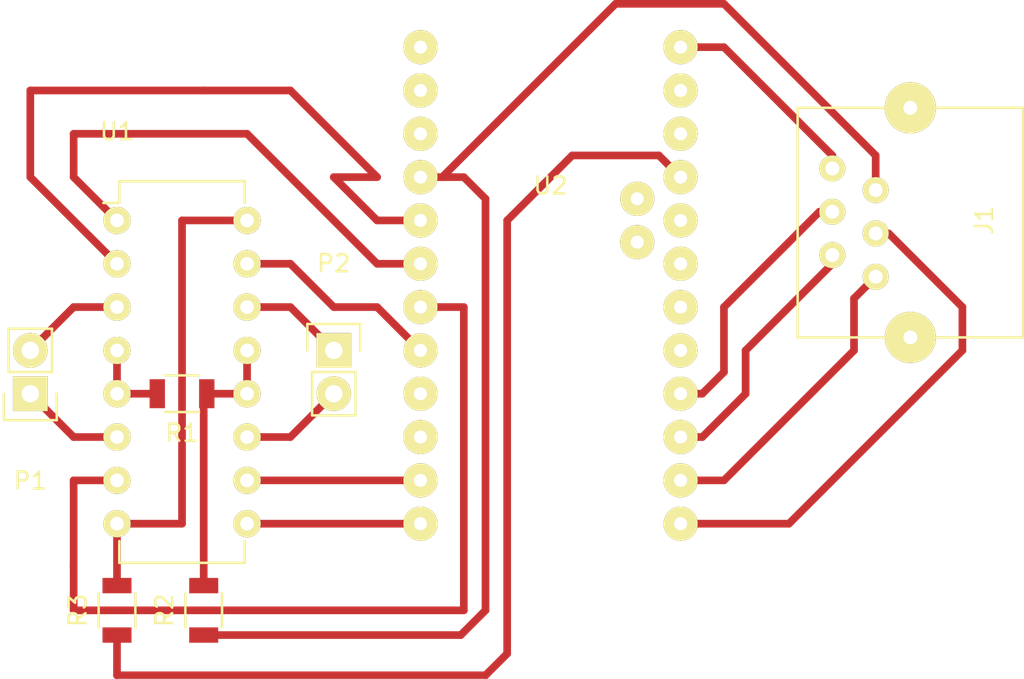
<source format=kicad_pcb>
(kicad_pcb (version 4) (host pcbnew 4.0.2+dfsg1-stable)

  (general
    (links 25)
    (no_connects 0)
    (area 132.644999 93.554999 193.061001 133.775002)
    (thickness 1.6)
    (drawings 0)
    (tracks 82)
    (zones 0)
    (modules 8)
    (nets 36)
  )

  (page A4)
  (layers
    (0 F.Cu signal)
    (31 B.Cu signal)
    (32 B.Adhes user)
    (33 F.Adhes user)
    (34 B.Paste user)
    (35 F.Paste user)
    (36 B.SilkS user)
    (37 F.SilkS user)
    (38 B.Mask user)
    (39 F.Mask user)
    (40 Dwgs.User user)
    (41 Cmts.User user)
    (42 Eco1.User user)
    (43 Eco2.User user)
    (44 Edge.Cuts user)
    (45 Margin user)
    (46 B.CrtYd user)
    (47 F.CrtYd user)
    (48 B.Fab user)
    (49 F.Fab user)
  )

  (setup
    (last_trace_width 0.45)
    (trace_clearance 0.2)
    (zone_clearance 0.508)
    (zone_45_only no)
    (trace_min 0.2)
    (segment_width 0.2)
    (edge_width 0.15)
    (via_size 0.6)
    (via_drill 0.4)
    (via_min_size 0.4)
    (via_min_drill 0.3)
    (uvia_size 0.3)
    (uvia_drill 0.1)
    (uvias_allowed no)
    (uvia_min_size 0.2)
    (uvia_min_drill 0.1)
    (pcb_text_width 0.3)
    (pcb_text_size 1.5 1.5)
    (mod_edge_width 0.15)
    (mod_text_size 1 1)
    (mod_text_width 0.15)
    (pad_size 1.524 1.524)
    (pad_drill 0.762)
    (pad_to_mask_clearance 0.2)
    (aux_axis_origin 0 0)
    (visible_elements FFFFFF7F)
    (pcbplotparams
      (layerselection 0x00000_00000001)
      (usegerberextensions false)
      (excludeedgelayer true)
      (linewidth 0.100000)
      (plotframeref false)
      (viasonmask false)
      (mode 1)
      (useauxorigin false)
      (hpglpennumber 1)
      (hpglpenspeed 20)
      (hpglpendiameter 15)
      (hpglpenoverlay 2)
      (psnegative false)
      (psa4output false)
      (plotreference true)
      (plotvalue true)
      (plotinvisibletext false)
      (padsonsilk false)
      (subtractmaskfromsilk false)
      (outputformat 1)
      (mirror false)
      (drillshape 0)
      (scaleselection 1)
      (outputdirectory ""))
  )

  (net 0 "")
  (net 1 "Net-(J1-Pad3)")
  (net 2 "Net-(J1-Pad5)")
  (net 3 "Net-(J1-Pad1)")
  (net 4 "Net-(J1-Pad6)")
  (net 5 "Net-(J1-Pad4)")
  (net 6 "Net-(J1-Pad2)")
  (net 7 "Net-(J1-Pad8)")
  (net 8 "Net-(J1-Pad7)")
  (net 9 "Net-(P1-Pad1)")
  (net 10 "Net-(P1-Pad2)")
  (net 11 "Net-(U1-Pad1)")
  (net 12 "Net-(U1-Pad2)")
  (net 13 "Net-(U1-Pad7)")
  (net 14 "Net-(U1-Pad9)")
  (net 15 "Net-(U1-Pad10)")
  (net 16 "Net-(U1-Pad15)")
  (net 17 "Net-(U2-Pad8)")
  (net 18 "Net-(U2-Pad9)")
  (net 19 "Net-(U2-Pad11)")
  (net 20 "Net-(U2-Pad22)")
  (net 21 "Net-(U2-Pad23)")
  (net 22 "Net-(U2-Pad27)")
  (net 23 "Net-(U2-Pad33)")
  (net 24 "Net-(U2-Pad34)")
  (net 25 "Net-(U2-Pad35)")
  (net 26 "Net-(U2-Pad26)")
  (net 27 "Net-(U2-Pad12)")
  (net 28 "Net-(U2-Pad13)")
  (net 29 "Net-(U2-Pad14)")
  (net 30 "Net-(P2-Pad1)")
  (net 31 "Net-(P2-Pad2)")
  (net 32 "Net-(R1-Pad1)")
  (net 33 "Net-(R1-Pad2)")
  (net 34 "Net-(R3-Pad1)")
  (net 35 "Net-(R3-Pad2)")

  (net_class Default "This is the default net class."
    (clearance 0.2)
    (trace_width 0.45)
    (via_dia 0.6)
    (via_drill 0.4)
    (uvia_dia 0.3)
    (uvia_drill 0.1)
    (add_net "Net-(J1-Pad1)")
    (add_net "Net-(J1-Pad2)")
    (add_net "Net-(J1-Pad3)")
    (add_net "Net-(J1-Pad4)")
    (add_net "Net-(J1-Pad5)")
    (add_net "Net-(J1-Pad6)")
    (add_net "Net-(J1-Pad7)")
    (add_net "Net-(J1-Pad8)")
    (add_net "Net-(P1-Pad1)")
    (add_net "Net-(P1-Pad2)")
    (add_net "Net-(P2-Pad1)")
    (add_net "Net-(P2-Pad2)")
    (add_net "Net-(R1-Pad1)")
    (add_net "Net-(R1-Pad2)")
    (add_net "Net-(R3-Pad1)")
    (add_net "Net-(R3-Pad2)")
    (add_net "Net-(U1-Pad1)")
    (add_net "Net-(U1-Pad10)")
    (add_net "Net-(U1-Pad15)")
    (add_net "Net-(U1-Pad2)")
    (add_net "Net-(U1-Pad7)")
    (add_net "Net-(U1-Pad9)")
    (add_net "Net-(U2-Pad11)")
    (add_net "Net-(U2-Pad12)")
    (add_net "Net-(U2-Pad13)")
    (add_net "Net-(U2-Pad14)")
    (add_net "Net-(U2-Pad22)")
    (add_net "Net-(U2-Pad23)")
    (add_net "Net-(U2-Pad26)")
    (add_net "Net-(U2-Pad27)")
    (add_net "Net-(U2-Pad33)")
    (add_net "Net-(U2-Pad34)")
    (add_net "Net-(U2-Pad35)")
    (add_net "Net-(U2-Pad8)")
    (add_net "Net-(U2-Pad9)")
  )

  (module bugs:RJ12_Client (layer F.Cu) (tedit 57502E4F) (tstamp 576C01B5)
    (at 190.5 106.68 90)
    (path /576BFFF2)
    (fp_text reference J1 (at 0 0 90) (layer F.SilkS)
      (effects (font (size 1 1) (thickness 0.15)))
    )
    (fp_text value RJ12 (at 0 -2.54 90) (layer F.Fab)
      (effects (font (size 1 1) (thickness 0.15)))
    )
    (fp_line (start -6.858 -10.922) (end -6.858 2.286) (layer F.SilkS) (width 0.15))
    (fp_line (start 6.604 -10.922) (end 6.604 2.286) (layer F.SilkS) (width 0.15))
    (fp_line (start -6.858 2.286) (end 6.604 2.286) (layer F.SilkS) (width 0.15))
    (fp_line (start 5.842 -10.922) (end 6.604 -10.922) (layer F.SilkS) (width 0.15))
    (fp_line (start -6.858 -10.922) (end 5.842 -10.922) (layer F.SilkS) (width 0.15))
    (pad 3 thru_hole circle (at 0.508 -8.89 90) (size 1.524 1.524) (drill 0.8128) (layers *.Cu *.Mask F.SilkS)
      (net 1 "Net-(J1-Pad3)"))
    (pad 5 thru_hole circle (at -2.032 -8.89 90) (size 1.524 1.524) (drill 0.8128) (layers *.Cu *.Mask F.SilkS)
      (net 2 "Net-(J1-Pad5)"))
    (pad 1 thru_hole circle (at 3.048 -8.89 90) (size 1.524 1.524) (drill 0.8128) (layers *.Cu *.Mask F.SilkS)
      (net 3 "Net-(J1-Pad1)"))
    (pad 6 thru_hole circle (at -3.302 -6.35 90) (size 1.524 1.524) (drill 0.8128) (layers *.Cu *.Mask F.SilkS)
      (net 4 "Net-(J1-Pad6)"))
    (pad 4 thru_hole circle (at -0.762 -6.35 90) (size 1.524 1.524) (drill 0.8128) (layers *.Cu *.Mask F.SilkS)
      (net 5 "Net-(J1-Pad4)"))
    (pad 2 thru_hole circle (at 1.778 -6.35 90) (size 1.524 1.524) (drill 0.8128) (layers *.Cu *.Mask F.SilkS)
      (net 6 "Net-(J1-Pad2)"))
    (pad 8 thru_hole circle (at 6.604 -4.318 90) (size 2.99974 2.99974) (drill 0.8128) (layers *.Cu *.Mask F.SilkS)
      (net 7 "Net-(J1-Pad8)"))
    (pad 7 thru_hole circle (at -6.858 -4.318 90) (size 2.99974 2.99974) (drill 0.8128) (layers *.Cu *.Mask F.SilkS)
      (net 8 "Net-(J1-Pad7)"))
  )

  (module Housings_DIP:DIP-16_W7.62mm (layer F.Cu) (tedit 54130A77) (tstamp 576C01D1)
    (at 139.7 106.68)
    (descr "16-lead dip package, row spacing 7.62 mm (300 mils)")
    (tags "dil dip 2.54 300")
    (path /576BFF8F)
    (fp_text reference U1 (at 0 -5.22) (layer F.SilkS)
      (effects (font (size 1 1) (thickness 0.15)))
    )
    (fp_text value L293D (at 0 -3.72) (layer F.Fab)
      (effects (font (size 1 1) (thickness 0.15)))
    )
    (fp_line (start -1.05 -2.45) (end -1.05 20.25) (layer F.CrtYd) (width 0.05))
    (fp_line (start 8.65 -2.45) (end 8.65 20.25) (layer F.CrtYd) (width 0.05))
    (fp_line (start -1.05 -2.45) (end 8.65 -2.45) (layer F.CrtYd) (width 0.05))
    (fp_line (start -1.05 20.25) (end 8.65 20.25) (layer F.CrtYd) (width 0.05))
    (fp_line (start 0.135 -2.295) (end 0.135 -1.025) (layer F.SilkS) (width 0.15))
    (fp_line (start 7.485 -2.295) (end 7.485 -1.025) (layer F.SilkS) (width 0.15))
    (fp_line (start 7.485 20.075) (end 7.485 18.805) (layer F.SilkS) (width 0.15))
    (fp_line (start 0.135 20.075) (end 0.135 18.805) (layer F.SilkS) (width 0.15))
    (fp_line (start 0.135 -2.295) (end 7.485 -2.295) (layer F.SilkS) (width 0.15))
    (fp_line (start 0.135 20.075) (end 7.485 20.075) (layer F.SilkS) (width 0.15))
    (fp_line (start 0.135 -1.025) (end -0.8 -1.025) (layer F.SilkS) (width 0.15))
    (pad 1 thru_hole oval (at 0 0) (size 1.6 1.6) (drill 0.8) (layers *.Cu *.Mask F.SilkS)
      (net 11 "Net-(U1-Pad1)"))
    (pad 2 thru_hole oval (at 0 2.54) (size 1.6 1.6) (drill 0.8) (layers *.Cu *.Mask F.SilkS)
      (net 12 "Net-(U1-Pad2)"))
    (pad 3 thru_hole oval (at 0 5.08) (size 1.6 1.6) (drill 0.8) (layers *.Cu *.Mask F.SilkS)
      (net 10 "Net-(P1-Pad2)"))
    (pad 4 thru_hole oval (at 0 7.62) (size 1.6 1.6) (drill 0.8) (layers *.Cu *.Mask F.SilkS)
      (net 33 "Net-(R1-Pad2)"))
    (pad 5 thru_hole oval (at 0 10.16) (size 1.6 1.6) (drill 0.8) (layers *.Cu *.Mask F.SilkS)
      (net 33 "Net-(R1-Pad2)"))
    (pad 6 thru_hole oval (at 0 12.7) (size 1.6 1.6) (drill 0.8) (layers *.Cu *.Mask F.SilkS)
      (net 9 "Net-(P1-Pad1)"))
    (pad 7 thru_hole oval (at 0 15.24) (size 1.6 1.6) (drill 0.8) (layers *.Cu *.Mask F.SilkS)
      (net 13 "Net-(U1-Pad7)"))
    (pad 8 thru_hole oval (at 0 17.78) (size 1.6 1.6) (drill 0.8) (layers *.Cu *.Mask F.SilkS)
      (net 35 "Net-(R3-Pad2)"))
    (pad 9 thru_hole oval (at 7.62 17.78) (size 1.6 1.6) (drill 0.8) (layers *.Cu *.Mask F.SilkS)
      (net 14 "Net-(U1-Pad9)"))
    (pad 10 thru_hole oval (at 7.62 15.24) (size 1.6 1.6) (drill 0.8) (layers *.Cu *.Mask F.SilkS)
      (net 15 "Net-(U1-Pad10)"))
    (pad 11 thru_hole oval (at 7.62 12.7) (size 1.6 1.6) (drill 0.8) (layers *.Cu *.Mask F.SilkS)
      (net 31 "Net-(P2-Pad2)"))
    (pad 12 thru_hole oval (at 7.62 10.16) (size 1.6 1.6) (drill 0.8) (layers *.Cu *.Mask F.SilkS)
      (net 32 "Net-(R1-Pad1)"))
    (pad 13 thru_hole oval (at 7.62 7.62) (size 1.6 1.6) (drill 0.8) (layers *.Cu *.Mask F.SilkS)
      (net 32 "Net-(R1-Pad1)"))
    (pad 14 thru_hole oval (at 7.62 5.08) (size 1.6 1.6) (drill 0.8) (layers *.Cu *.Mask F.SilkS)
      (net 30 "Net-(P2-Pad1)"))
    (pad 15 thru_hole oval (at 7.62 2.54) (size 1.6 1.6) (drill 0.8) (layers *.Cu *.Mask F.SilkS)
      (net 16 "Net-(U1-Pad15)"))
    (pad 16 thru_hole oval (at 7.62 0) (size 1.6 1.6) (drill 0.8) (layers *.Cu *.Mask F.SilkS)
      (net 35 "Net-(R3-Pad2)"))
    (model Housings_DIP.3dshapes/DIP-16_W7.62mm.wrl
      (at (xyz 0 0 0))
      (scale (xyz 1 1 1))
      (rotate (xyz 0 0 0))
    )
  )

  (module bugs:arduino_mini_pro (layer F.Cu) (tedit 57485302) (tstamp 576C01EF)
    (at 165.1 104.14)
    (path /576BFFB6)
    (fp_text reference U2 (at 0 0.5) (layer F.SilkS)
      (effects (font (size 1 1) (thickness 0.15)))
    )
    (fp_text value Arduino_Mini (at 0 -0.5) (layer F.Fab)
      (effects (font (size 1 1) (thickness 0.15)))
    )
    (pad 7 thru_hole circle (at 7.62 -7.62) (size 2 2) (drill 0.762) (layers *.Cu *.Mask F.SilkS)
      (net 3 "Net-(J1-Pad1)"))
    (pad 8 thru_hole circle (at 7.62 -5.08) (size 2 2) (drill 0.762) (layers *.Cu *.Mask F.SilkS)
      (net 17 "Net-(U2-Pad8)"))
    (pad 9 thru_hole circle (at 7.62 -2.54) (size 2 2) (drill 0.762) (layers *.Cu *.Mask F.SilkS)
      (net 18 "Net-(U2-Pad9)"))
    (pad 10 thru_hole circle (at 7.62 0) (size 2 2) (drill 0.762) (layers *.Cu *.Mask F.SilkS)
      (net 34 "Net-(R3-Pad1)"))
    (pad 11 thru_hole circle (at 7.62 2.54) (size 2 2) (drill 0.762) (layers *.Cu *.Mask F.SilkS)
      (net 19 "Net-(U2-Pad11)"))
    (pad 15 thru_hole circle (at 7.62 12.7) (size 2 2) (drill 0.762) (layers *.Cu *.Mask F.SilkS)
      (net 1 "Net-(J1-Pad3)"))
    (pad 16 thru_hole circle (at 7.62 15.24) (size 2 2) (drill 0.762) (layers *.Cu *.Mask F.SilkS)
      (net 2 "Net-(J1-Pad5)"))
    (pad 17 thru_hole circle (at 7.62 17.78) (size 2 2) (drill 0.762) (layers *.Cu *.Mask F.SilkS)
      (net 4 "Net-(J1-Pad6)"))
    (pad 18 thru_hole circle (at 7.62 20.32) (size 2 2) (drill 0.762) (layers *.Cu *.Mask F.SilkS)
      (net 5 "Net-(J1-Pad4)"))
    (pad 22 thru_hole circle (at 5.08 1.27) (size 2 2) (drill 0.762) (layers *.Cu *.Mask F.SilkS)
      (net 20 "Net-(U2-Pad22)"))
    (pad 23 thru_hole circle (at 5.08 3.81) (size 2 2) (drill 0.762) (layers *.Cu *.Mask F.SilkS)
      (net 21 "Net-(U2-Pad23)"))
    (pad 27 thru_hole circle (at -7.62 12.7) (size 2 2) (drill 0.762) (layers *.Cu *.Mask F.SilkS)
      (net 22 "Net-(U2-Pad27)"))
    (pad 28 thru_hole circle (at -7.62 10.16) (size 2 2) (drill 0.762) (layers *.Cu *.Mask F.SilkS)
      (net 16 "Net-(U1-Pad15)"))
    (pad 29 thru_hole circle (at -7.62 7.62) (size 2 2) (drill 0.762) (layers *.Cu *.Mask F.SilkS)
      (net 13 "Net-(U1-Pad7)"))
    (pad 30 thru_hole circle (at -7.62 5.08) (size 2 2) (drill 0.762) (layers *.Cu *.Mask F.SilkS)
      (net 11 "Net-(U1-Pad1)"))
    (pad 31 thru_hole circle (at -7.62 2.54) (size 2 2) (drill 0.762) (layers *.Cu *.Mask F.SilkS)
      (net 12 "Net-(U1-Pad2)"))
    (pad 32 thru_hole circle (at -7.62 0) (size 2 2) (drill 0.762) (layers *.Cu *.Mask F.SilkS)
      (net 6 "Net-(J1-Pad2)"))
    (pad 33 thru_hole circle (at -7.62 -2.54) (size 2 2) (drill 0.762) (layers *.Cu *.Mask F.SilkS)
      (net 23 "Net-(U2-Pad33)"))
    (pad 34 thru_hole circle (at -7.62 -5.08) (size 2 2) (drill 0.762) (layers *.Cu *.Mask F.SilkS)
      (net 24 "Net-(U2-Pad34)"))
    (pad 35 thru_hole circle (at -7.62 -7.62) (size 2 2) (drill 0.762) (layers *.Cu *.Mask F.SilkS)
      (net 25 "Net-(U2-Pad35)"))
    (pad 26 thru_hole circle (at -7.62 15.24) (size 2 2) (drill 0.762) (layers *.Cu *.Mask F.SilkS)
      (net 26 "Net-(U2-Pad26)"))
    (pad 25 thru_hole circle (at -7.62 17.78) (size 2 2) (drill 0.762) (layers *.Cu *.Mask F.SilkS)
      (net 15 "Net-(U1-Pad10)"))
    (pad 24 thru_hole circle (at -7.62 20.32) (size 2 2) (drill 0.762) (layers *.Cu *.Mask F.SilkS)
      (net 14 "Net-(U1-Pad9)"))
    (pad 12 thru_hole circle (at 7.62 5.08) (size 2 2) (drill 0.762) (layers *.Cu *.Mask F.SilkS)
      (net 27 "Net-(U2-Pad12)"))
    (pad 13 thru_hole circle (at 7.62 7.62) (size 2 2) (drill 0.762) (layers *.Cu *.Mask F.SilkS)
      (net 28 "Net-(U2-Pad13)"))
    (pad 14 thru_hole circle (at 7.62 10.16) (size 2 2) (drill 0.762) (layers *.Cu *.Mask F.SilkS)
      (net 29 "Net-(U2-Pad14)"))
  )

  (module Pin_Headers:Pin_Header_Straight_1x02 (layer F.Cu) (tedit 54EA090C) (tstamp 576C033B)
    (at 152.4 114.3)
    (descr "Through hole pin header")
    (tags "pin header")
    (path /576C07DB)
    (fp_text reference P2 (at 0 -5.1) (layer F.SilkS)
      (effects (font (size 1 1) (thickness 0.15)))
    )
    (fp_text value W1 (at 0 -3.1) (layer F.Fab)
      (effects (font (size 1 1) (thickness 0.15)))
    )
    (fp_line (start 1.27 1.27) (end 1.27 3.81) (layer F.SilkS) (width 0.15))
    (fp_line (start 1.55 -1.55) (end 1.55 0) (layer F.SilkS) (width 0.15))
    (fp_line (start -1.75 -1.75) (end -1.75 4.3) (layer F.CrtYd) (width 0.05))
    (fp_line (start 1.75 -1.75) (end 1.75 4.3) (layer F.CrtYd) (width 0.05))
    (fp_line (start -1.75 -1.75) (end 1.75 -1.75) (layer F.CrtYd) (width 0.05))
    (fp_line (start -1.75 4.3) (end 1.75 4.3) (layer F.CrtYd) (width 0.05))
    (fp_line (start 1.27 1.27) (end -1.27 1.27) (layer F.SilkS) (width 0.15))
    (fp_line (start -1.55 0) (end -1.55 -1.55) (layer F.SilkS) (width 0.15))
    (fp_line (start -1.55 -1.55) (end 1.55 -1.55) (layer F.SilkS) (width 0.15))
    (fp_line (start -1.27 1.27) (end -1.27 3.81) (layer F.SilkS) (width 0.15))
    (fp_line (start -1.27 3.81) (end 1.27 3.81) (layer F.SilkS) (width 0.15))
    (pad 1 thru_hole rect (at 0 0) (size 2.032 2.032) (drill 1.016) (layers *.Cu *.Mask F.SilkS)
      (net 30 "Net-(P2-Pad1)"))
    (pad 2 thru_hole oval (at 0 2.54) (size 2.032 2.032) (drill 1.016) (layers *.Cu *.Mask F.SilkS)
      (net 31 "Net-(P2-Pad2)"))
    (model Pin_Headers.3dshapes/Pin_Header_Straight_1x02.wrl
      (at (xyz 0 -0.05 0))
      (scale (xyz 1 1 1))
      (rotate (xyz 0 0 90))
    )
  )

  (module Pin_Headers:Pin_Header_Straight_1x02 (layer F.Cu) (tedit 54EA090C) (tstamp 576C034E)
    (at 134.62 116.84 180)
    (descr "Through hole pin header")
    (tags "pin header")
    (path /576C0774)
    (fp_text reference P1 (at 0 -5.1 180) (layer F.SilkS)
      (effects (font (size 1 1) (thickness 0.15)))
    )
    (fp_text value W2 (at 0 -3.1 180) (layer F.Fab)
      (effects (font (size 1 1) (thickness 0.15)))
    )
    (fp_line (start 1.27 1.27) (end 1.27 3.81) (layer F.SilkS) (width 0.15))
    (fp_line (start 1.55 -1.55) (end 1.55 0) (layer F.SilkS) (width 0.15))
    (fp_line (start -1.75 -1.75) (end -1.75 4.3) (layer F.CrtYd) (width 0.05))
    (fp_line (start 1.75 -1.75) (end 1.75 4.3) (layer F.CrtYd) (width 0.05))
    (fp_line (start -1.75 -1.75) (end 1.75 -1.75) (layer F.CrtYd) (width 0.05))
    (fp_line (start -1.75 4.3) (end 1.75 4.3) (layer F.CrtYd) (width 0.05))
    (fp_line (start 1.27 1.27) (end -1.27 1.27) (layer F.SilkS) (width 0.15))
    (fp_line (start -1.55 0) (end -1.55 -1.55) (layer F.SilkS) (width 0.15))
    (fp_line (start -1.55 -1.55) (end 1.55 -1.55) (layer F.SilkS) (width 0.15))
    (fp_line (start -1.27 1.27) (end -1.27 3.81) (layer F.SilkS) (width 0.15))
    (fp_line (start -1.27 3.81) (end 1.27 3.81) (layer F.SilkS) (width 0.15))
    (pad 1 thru_hole rect (at 0 0 180) (size 2.032 2.032) (drill 1.016) (layers *.Cu *.Mask F.SilkS)
      (net 9 "Net-(P1-Pad1)"))
    (pad 2 thru_hole oval (at 0 2.54 180) (size 2.032 2.032) (drill 1.016) (layers *.Cu *.Mask F.SilkS)
      (net 10 "Net-(P1-Pad2)"))
    (model Pin_Headers.3dshapes/Pin_Header_Straight_1x02.wrl
      (at (xyz 0 -0.05 0))
      (scale (xyz 1 1 1))
      (rotate (xyz 0 0 90))
    )
  )

  (module Resistors_SMD:R_1206 (layer F.Cu) (tedit 5415CFA7) (tstamp 576C04AA)
    (at 143.51 116.84 180)
    (descr "Resistor SMD 1206, reflow soldering, Vishay (see dcrcw.pdf)")
    (tags "resistor 1206")
    (path /576C0AF9)
    (attr smd)
    (fp_text reference R1 (at 0 -2.3 180) (layer F.SilkS)
      (effects (font (size 1 1) (thickness 0.15)))
    )
    (fp_text value R (at 0 2.3 180) (layer F.Fab)
      (effects (font (size 1 1) (thickness 0.15)))
    )
    (fp_line (start -2.2 -1.2) (end 2.2 -1.2) (layer F.CrtYd) (width 0.05))
    (fp_line (start -2.2 1.2) (end 2.2 1.2) (layer F.CrtYd) (width 0.05))
    (fp_line (start -2.2 -1.2) (end -2.2 1.2) (layer F.CrtYd) (width 0.05))
    (fp_line (start 2.2 -1.2) (end 2.2 1.2) (layer F.CrtYd) (width 0.05))
    (fp_line (start 1 1.075) (end -1 1.075) (layer F.SilkS) (width 0.15))
    (fp_line (start -1 -1.075) (end 1 -1.075) (layer F.SilkS) (width 0.15))
    (pad 1 smd rect (at -1.45 0 180) (size 0.9 1.7) (layers F.Cu F.Paste F.Mask)
      (net 32 "Net-(R1-Pad1)"))
    (pad 2 smd rect (at 1.45 0 180) (size 0.9 1.7) (layers F.Cu F.Paste F.Mask)
      (net 33 "Net-(R1-Pad2)"))
    (model Resistors_SMD.3dshapes/R_1206.wrl
      (at (xyz 0 0 0))
      (scale (xyz 1 1 1))
      (rotate (xyz 0 0 0))
    )
  )

  (module Resistors_SMD:R_1206 (layer F.Cu) (tedit 5415CFA7) (tstamp 576C04B0)
    (at 144.78 129.54 90)
    (descr "Resistor SMD 1206, reflow soldering, Vishay (see dcrcw.pdf)")
    (tags "resistor 1206")
    (path /576C0D25)
    (attr smd)
    (fp_text reference R2 (at 0 -2.3 90) (layer F.SilkS)
      (effects (font (size 1 1) (thickness 0.15)))
    )
    (fp_text value R (at 0 2.3 90) (layer F.Fab)
      (effects (font (size 1 1) (thickness 0.15)))
    )
    (fp_line (start -2.2 -1.2) (end 2.2 -1.2) (layer F.CrtYd) (width 0.05))
    (fp_line (start -2.2 1.2) (end 2.2 1.2) (layer F.CrtYd) (width 0.05))
    (fp_line (start -2.2 -1.2) (end -2.2 1.2) (layer F.CrtYd) (width 0.05))
    (fp_line (start 2.2 -1.2) (end 2.2 1.2) (layer F.CrtYd) (width 0.05))
    (fp_line (start 1 1.075) (end -1 1.075) (layer F.SilkS) (width 0.15))
    (fp_line (start -1 -1.075) (end 1 -1.075) (layer F.SilkS) (width 0.15))
    (pad 1 smd rect (at -1.45 0 90) (size 0.9 1.7) (layers F.Cu F.Paste F.Mask)
      (net 6 "Net-(J1-Pad2)"))
    (pad 2 smd rect (at 1.45 0 90) (size 0.9 1.7) (layers F.Cu F.Paste F.Mask)
      (net 32 "Net-(R1-Pad1)"))
    (model Resistors_SMD.3dshapes/R_1206.wrl
      (at (xyz 0 0 0))
      (scale (xyz 1 1 1))
      (rotate (xyz 0 0 0))
    )
  )

  (module Resistors_SMD:R_1206 (layer F.Cu) (tedit 5415CFA7) (tstamp 576C04B6)
    (at 139.7 129.54 90)
    (descr "Resistor SMD 1206, reflow soldering, Vishay (see dcrcw.pdf)")
    (tags "resistor 1206")
    (path /576C0F11)
    (attr smd)
    (fp_text reference R3 (at 0 -2.3 90) (layer F.SilkS)
      (effects (font (size 1 1) (thickness 0.15)))
    )
    (fp_text value R (at 0 2.3 90) (layer F.Fab)
      (effects (font (size 1 1) (thickness 0.15)))
    )
    (fp_line (start -2.2 -1.2) (end 2.2 -1.2) (layer F.CrtYd) (width 0.05))
    (fp_line (start -2.2 1.2) (end 2.2 1.2) (layer F.CrtYd) (width 0.05))
    (fp_line (start -2.2 -1.2) (end -2.2 1.2) (layer F.CrtYd) (width 0.05))
    (fp_line (start 2.2 -1.2) (end 2.2 1.2) (layer F.CrtYd) (width 0.05))
    (fp_line (start 1 1.075) (end -1 1.075) (layer F.SilkS) (width 0.15))
    (fp_line (start -1 -1.075) (end 1 -1.075) (layer F.SilkS) (width 0.15))
    (pad 1 smd rect (at -1.45 0 90) (size 0.9 1.7) (layers F.Cu F.Paste F.Mask)
      (net 34 "Net-(R3-Pad1)"))
    (pad 2 smd rect (at 1.45 0 90) (size 0.9 1.7) (layers F.Cu F.Paste F.Mask)
      (net 35 "Net-(R3-Pad2)"))
    (model Resistors_SMD.3dshapes/R_1206.wrl
      (at (xyz 0 0 0))
      (scale (xyz 1 1 1))
      (rotate (xyz 0 0 0))
    )
  )

  (segment (start 181.61 106.172) (end 180.848 106.172) (width 0.45) (layer F.Cu) (net 1))
  (segment (start 180.848 106.172) (end 175.26 111.76) (width 0.45) (layer F.Cu) (net 1) (tstamp 576C0513))
  (segment (start 175.26 111.76) (end 175.26 115.57) (width 0.45) (layer F.Cu) (net 1) (tstamp 576C0514))
  (segment (start 175.26 115.57) (end 173.99 116.84) (width 0.45) (layer F.Cu) (net 1) (tstamp 576C0516))
  (segment (start 173.99 116.84) (end 172.72 116.84) (width 0.45) (layer F.Cu) (net 1) (tstamp 576C0517))
  (segment (start 181.61 108.712) (end 181.61 109.22) (width 0.45) (layer F.Cu) (net 2))
  (segment (start 181.61 109.22) (end 176.53 114.3) (width 0.45) (layer F.Cu) (net 2) (tstamp 576C051B))
  (segment (start 176.53 114.3) (end 176.53 116.84) (width 0.45) (layer F.Cu) (net 2) (tstamp 576C051C))
  (segment (start 176.53 116.84) (end 173.99 119.38) (width 0.45) (layer F.Cu) (net 2) (tstamp 576C051E))
  (segment (start 173.99 119.38) (end 172.72 119.38) (width 0.45) (layer F.Cu) (net 2) (tstamp 576C0520))
  (segment (start 181.61 103.632) (end 181.61 102.87) (width 0.45) (layer F.Cu) (net 3))
  (segment (start 181.61 102.87) (end 175.26 96.52) (width 0.45) (layer F.Cu) (net 3) (tstamp 576C0504))
  (segment (start 175.26 96.52) (end 172.72 96.52) (width 0.45) (layer F.Cu) (net 3) (tstamp 576C0505))
  (segment (start 172.72 121.92) (end 175.26 121.92) (width 0.45) (layer F.Cu) (net 4))
  (segment (start 182.88 111.252) (end 184.15 109.982) (width 0.45) (layer F.Cu) (net 4) (tstamp 576C0527))
  (segment (start 182.88 114.3) (end 182.88 111.252) (width 0.45) (layer F.Cu) (net 4) (tstamp 576C0525))
  (segment (start 175.26 121.92) (end 182.88 114.3) (width 0.45) (layer F.Cu) (net 4) (tstamp 576C0523))
  (segment (start 184.15 107.442) (end 184.912 107.442) (width 0.45) (layer F.Cu) (net 5))
  (segment (start 184.912 107.442) (end 189.23 111.76) (width 0.45) (layer F.Cu) (net 5) (tstamp 576C052A))
  (segment (start 189.23 111.76) (end 189.23 114.3) (width 0.45) (layer F.Cu) (net 5) (tstamp 576C052B))
  (segment (start 189.23 114.3) (end 179.07 124.46) (width 0.45) (layer F.Cu) (net 5) (tstamp 576C052D))
  (segment (start 179.07 124.46) (end 172.72 124.46) (width 0.45) (layer F.Cu) (net 5) (tstamp 576C052F))
  (segment (start 184.15 104.902) (end 184.15 102.87) (width 0.45) (layer F.Cu) (net 6))
  (segment (start 168.91 93.98) (end 158.75 104.14) (width 0.45) (layer F.Cu) (net 6) (tstamp 576C050D))
  (segment (start 175.26 93.98) (end 168.91 93.98) (width 0.45) (layer F.Cu) (net 6) (tstamp 576C050B))
  (segment (start 184.15 102.87) (end 175.26 93.98) (width 0.45) (layer F.Cu) (net 6) (tstamp 576C0509))
  (segment (start 144.78 130.99) (end 159.84 130.99) (width 0.45) (layer F.Cu) (net 6))
  (segment (start 160.02 104.14) (end 158.75 104.14) (width 0.45) (layer F.Cu) (net 6) (tstamp 576C04E7))
  (segment (start 158.75 104.14) (end 157.48 104.14) (width 0.45) (layer F.Cu) (net 6) (tstamp 576C0511))
  (segment (start 161.29 105.41) (end 160.02 104.14) (width 0.45) (layer F.Cu) (net 6) (tstamp 576C04E6))
  (segment (start 161.29 129.54) (end 161.29 105.41) (width 0.45) (layer F.Cu) (net 6) (tstamp 576C04E5))
  (segment (start 159.84 130.99) (end 161.29 129.54) (width 0.45) (layer F.Cu) (net 6) (tstamp 576C04E2))
  (segment (start 134.62 116.84) (end 137.16 119.38) (width 0.45) (layer F.Cu) (net 9))
  (segment (start 137.16 119.38) (end 139.7 119.38) (width 0.45) (layer F.Cu) (net 9) (tstamp 576C03C1))
  (segment (start 139.7 111.76) (end 137.16 111.76) (width 0.45) (layer F.Cu) (net 10))
  (segment (start 137.16 111.76) (end 134.62 114.3) (width 0.45) (layer F.Cu) (net 10) (tstamp 576C03BD))
  (segment (start 139.7 106.68) (end 137.16 104.14) (width 0.45) (layer F.Cu) (net 11))
  (segment (start 154.94 109.22) (end 157.48 109.22) (width 0.45) (layer F.Cu) (net 11) (tstamp 576C03C9))
  (segment (start 147.32 101.6) (end 154.94 109.22) (width 0.45) (layer F.Cu) (net 11) (tstamp 576C03C8))
  (segment (start 137.16 101.6) (end 147.32 101.6) (width 0.45) (layer F.Cu) (net 11) (tstamp 576C03C7))
  (segment (start 137.16 104.14) (end 137.16 101.6) (width 0.45) (layer F.Cu) (net 11) (tstamp 576C03C6))
  (segment (start 139.7 109.22) (end 134.62 104.14) (width 0.45) (layer F.Cu) (net 12))
  (segment (start 154.94 106.68) (end 157.48 106.68) (width 0.45) (layer F.Cu) (net 12) (tstamp 576C03D4))
  (segment (start 152.4 104.14) (end 154.94 106.68) (width 0.45) (layer F.Cu) (net 12) (tstamp 576C03D3))
  (segment (start 154.94 104.14) (end 152.4 104.14) (width 0.45) (layer F.Cu) (net 12) (tstamp 576C03D1))
  (segment (start 149.86 99.06) (end 154.94 104.14) (width 0.45) (layer F.Cu) (net 12) (tstamp 576C03D0))
  (segment (start 144.78 99.06) (end 149.86 99.06) (width 0.45) (layer F.Cu) (net 12) (tstamp 576C03CF))
  (segment (start 134.62 99.06) (end 144.78 99.06) (width 0.45) (layer F.Cu) (net 12) (tstamp 576C03CE))
  (segment (start 134.62 104.14) (end 134.62 99.06) (width 0.45) (layer F.Cu) (net 12) (tstamp 576C03CD))
  (segment (start 137.16 127) (end 137.16 129.54) (width 0.45) (layer F.Cu) (net 13))
  (segment (start 137.16 121.92) (end 137.16 127) (width 0.45) (layer F.Cu) (net 13) (tstamp 576C03F6))
  (segment (start 139.7 121.92) (end 137.16 121.92) (width 0.45) (layer F.Cu) (net 13))
  (segment (start 160.02 111.76) (end 157.48 111.76) (width 0.45) (layer F.Cu) (net 13) (tstamp 576C03FB))
  (segment (start 160.02 129.54) (end 160.02 111.76) (width 0.45) (layer F.Cu) (net 13) (tstamp 576C03FA))
  (segment (start 137.16 129.54) (end 160.02 129.54) (width 0.45) (layer F.Cu) (net 13) (tstamp 576C03F9))
  (segment (start 147.32 124.46) (end 157.48 124.46) (width 0.45) (layer F.Cu) (net 14))
  (segment (start 157.48 121.92) (end 147.32 121.92) (width 0.45) (layer F.Cu) (net 15))
  (segment (start 147.32 109.22) (end 149.86 109.22) (width 0.45) (layer F.Cu) (net 16))
  (segment (start 154.94 111.76) (end 157.48 114.3) (width 0.45) (layer F.Cu) (net 16) (tstamp 576C03DC))
  (segment (start 152.4 111.76) (end 154.94 111.76) (width 0.45) (layer F.Cu) (net 16) (tstamp 576C03DA))
  (segment (start 149.86 109.22) (end 152.4 111.76) (width 0.45) (layer F.Cu) (net 16) (tstamp 576C03D8))
  (segment (start 147.32 111.76) (end 149.86 111.76) (width 0.45) (layer F.Cu) (net 30))
  (segment (start 149.86 111.76) (end 152.4 114.3) (width 0.45) (layer F.Cu) (net 30) (tstamp 576C03B9))
  (segment (start 152.4 116.84) (end 149.86 119.38) (width 0.45) (layer F.Cu) (net 31))
  (segment (start 149.86 119.38) (end 147.32 119.38) (width 0.45) (layer F.Cu) (net 31) (tstamp 576C03B6))
  (segment (start 147.32 116.84) (end 144.96 116.84) (width 0.45) (layer F.Cu) (net 32))
  (segment (start 147.32 116.84) (end 147.32 114.3) (width 0.45) (layer F.Cu) (net 32))
  (segment (start 144.78 128.09) (end 144.78 117.02) (width 0.45) (layer F.Cu) (net 32))
  (segment (start 144.78 117.02) (end 144.96 116.84) (width 0.45) (layer F.Cu) (net 32) (tstamp 576C04F7))
  (segment (start 139.7 116.84) (end 139.7 114.3) (width 0.45) (layer F.Cu) (net 33))
  (segment (start 142.06 116.84) (end 139.7 116.84) (width 0.45) (layer F.Cu) (net 33))
  (segment (start 139.7 130.99) (end 139.7 133.35) (width 0.45) (layer F.Cu) (net 34))
  (segment (start 171.45 102.87) (end 172.72 104.14) (width 0.45) (layer F.Cu) (net 34) (tstamp 576C04F2))
  (segment (start 166.37 102.87) (end 171.45 102.87) (width 0.45) (layer F.Cu) (net 34) (tstamp 576C04F0))
  (segment (start 162.56 106.68) (end 166.37 102.87) (width 0.45) (layer F.Cu) (net 34) (tstamp 576C04EE))
  (segment (start 162.56 132.08) (end 162.56 106.68) (width 0.45) (layer F.Cu) (net 34) (tstamp 576C04ED))
  (segment (start 161.29 133.35) (end 162.56 132.08) (width 0.45) (layer F.Cu) (net 34) (tstamp 576C04EB))
  (segment (start 139.7 133.35) (end 161.29 133.35) (width 0.45) (layer F.Cu) (net 34) (tstamp 576C04EA))
  (segment (start 139.7 128.09) (end 139.7 124.46) (width 0.45) (layer F.Cu) (net 35))
  (segment (start 147.32 106.68) (end 143.51 106.68) (width 0.45) (layer F.Cu) (net 35))
  (segment (start 143.51 124.46) (end 139.7 124.46) (width 0.45) (layer F.Cu) (net 35) (tstamp 576C03E1))
  (segment (start 143.51 106.68) (end 143.51 124.46) (width 0.45) (layer F.Cu) (net 35) (tstamp 576C03E0))

)

</source>
